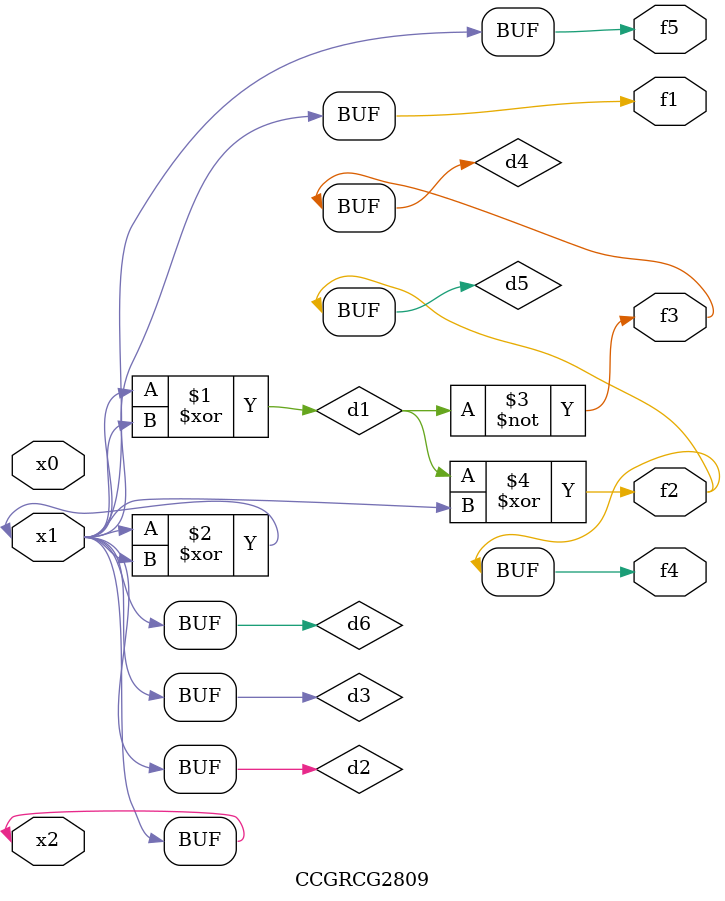
<source format=v>
module CCGRCG2809(
	input x0, x1, x2,
	output f1, f2, f3, f4, f5
);

	wire d1, d2, d3, d4, d5, d6;

	xor (d1, x1, x2);
	buf (d2, x1, x2);
	xor (d3, x1, x2);
	nor (d4, d1);
	xor (d5, d1, d2);
	buf (d6, d2, d3);
	assign f1 = d6;
	assign f2 = d5;
	assign f3 = d4;
	assign f4 = d5;
	assign f5 = d6;
endmodule

</source>
